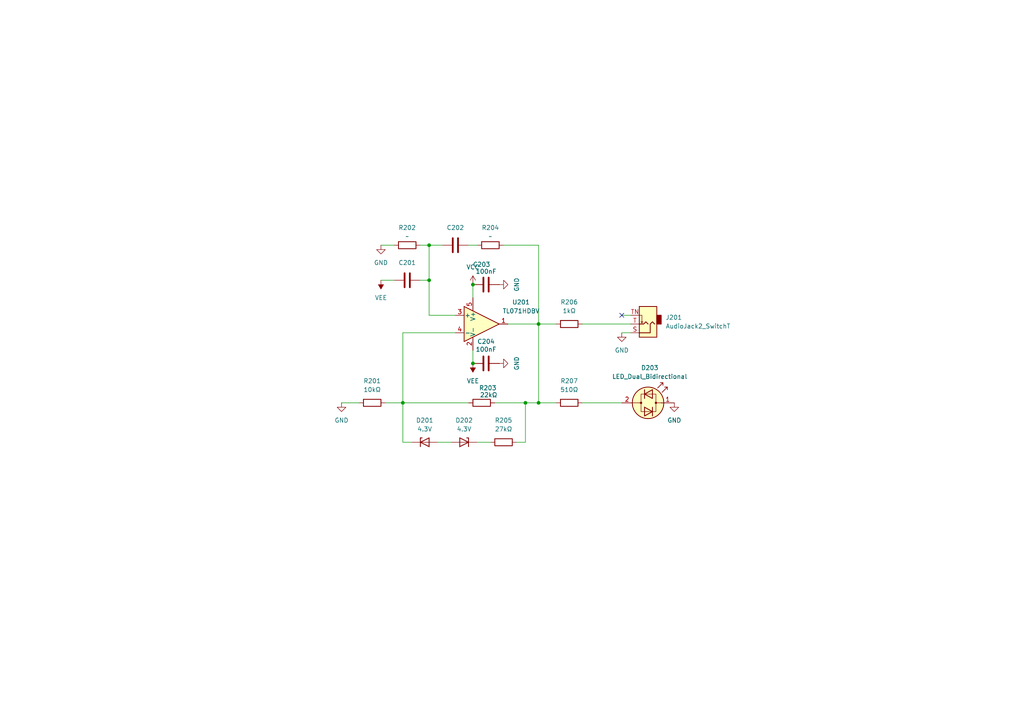
<source format=kicad_sch>
(kicad_sch (version 20231120) (generator "eeschema") (generator_version "8.0")
  (paper "A4")
  (lib_symbols
    (symbol "Amplifier_Operational:ADA4610-1xRJ" (pin_names (offset 0.127))
      (property "Reference" "U" (at -1.27 6.35 0))
      (property "Value" "ADA4610-1xRJ" (at -1.27 3.81 0))
      (symbol "ADA4610-1xRJ_0_1"
        (polyline (pts (xy -5.08 5.08) (xy 5.08 0) (xy -5.08 -5.08) (xy -5.08 5.08)) (stroke (width 0.254)) (fill (type background)))
        (pin power_in line (at -2.54 -7.62 90) (length 3.81) (name "V-") (number "2"))
        (pin power_in line (at -2.54 7.62 270) (length 3.81) (name "V+") (number "5"))
      )
      (symbol "ADA4610-1xRJ_1_1"
        (pin output line (at 7.62 0 180) (length 2.54) (name "~") (number "1"))
        (pin input line (at -7.62 2.54 0) (length 2.54) (name "+") (number "3"))
        (pin input line (at -7.62 -2.54 0) (length 2.54) (name "-") (number "4"))
      )
    )
    (symbol "Connector_Audio:AudioJack2_SwitchT"
      (property "Reference" "J" (at 0 8.89 0))
      (property "Value" "AudioJack2_SwitchT" (at 0 6.35 0))
      (symbol "AudioJack2_SwitchT_0_1"
        (rectangle (start -2.54 0) (end -3.81 -2.54) (stroke (width 0.254)) (fill (type outline)))
        (polyline (pts (xy 1.778 -0.254) (xy 2.032 -0.762)))
        (polyline (pts (xy 0 0) (xy 0.635 -0.635) (xy 1.27 0) (xy 2.54 0)) (stroke (width 0.254)))
        (polyline (pts (xy 2.54 -2.54) (xy 1.778 -2.54) (xy 1.778 -0.254) (xy 1.524 -0.762)))
        (polyline (pts (xy 2.54 2.54) (xy -0.635 2.54) (xy -0.635 0) (xy -1.27 -0.635) (xy -1.905 0)) (stroke (width 0.254)))
        (rectangle (start 2.54 3.81) (end -2.54 -5.08) (stroke (width 0.254)) (fill (type background)))
      )
      (symbol "AudioJack2_SwitchT_1_1"
        (pin passive line (at 5.08 2.54 180) (length 2.54) (name "~") (number "S"))
        (pin passive line (at 5.08 0 180) (length 2.54) (name "~") (number "T"))
        (pin passive line (at 5.08 -2.54 180) (length 2.54) (name "~") (number "TN"))
      )
    )
    (symbol "Device:C" (pin_numbers hide) (pin_names (offset 0.254))
      (property "Reference" "C" (at 0.635 2.54 0))
      (property "Value" "C" (at 0.635 -2.54 0))
      (symbol "C_0_1"
        (polyline (pts (xy -2.032 -0.762) (xy 2.032 -0.762)) (stroke (width 0.508)))
        (polyline (pts (xy -2.032 0.762) (xy 2.032 0.762)) (stroke (width 0.508)))
      )
      (symbol "C_1_1"
        (pin passive line (at 0 3.81 270) (length 2.794) (name "~") (number "1"))
        (pin passive line (at 0 -3.81 90) (length 2.794) (name "~") (number "2"))
      )
    )
    (symbol "Device:D_Zener" (pin_numbers hide) (pin_names (offset 1.016) hide)
      (property "Reference" "D" (at 0 2.54 0))
      (property "Value" "D_Zener" (at 0 -2.54 0))
      (symbol "D_Zener_0_1"
        (polyline (pts (xy 1.27 0) (xy -1.27 0)))
        (polyline (pts (xy -1.27 -1.27) (xy -1.27 1.27) (xy -0.762 1.27)) (stroke (width 0.254)))
        (polyline (pts (xy 1.27 -1.27) (xy 1.27 1.27) (xy -1.27 0) (xy 1.27 -1.27)) (stroke (width 0.254)))
      )
      (symbol "D_Zener_1_1"
        (pin passive line (at -3.81 0 0) (length 2.54) (name "K") (number "1"))
        (pin passive line (at 3.81 0 180) (length 2.54) (name "A") (number "2"))
      )
    )
    (symbol "Device:LED_Dual_Bidirectional" (pin_names (offset 0) hide)
      (property "Reference" "D" (at 0 5.715 0))
      (property "Value" "LED_Dual_Bidirectional" (at 0 -6.35 0))
      (symbol "LED_Dual_Bidirectional_0_1"
        (circle (center -2.032 0) (radius 0.254) (fill (type outline)))
        (polyline (pts (xy -4.572 0) (xy -2.54 0)))
        (polyline (pts (xy -2.032 0) (xy -2.54 0)))
        (polyline (pts (xy -1.016 3.81) (xy -1.016 1.27)) (stroke (width 0.254)))
        (polyline (pts (xy 1.27 -1.27) (xy 1.27 -3.81)) (stroke (width 0.254)))
        (polyline (pts (xy 4.064 0) (xy 2.286 0)) (fill (type outline)))
        (polyline (pts (xy 4.318 5.842) (xy 4.318 5.08)) (stroke (width 0.2032)))
        (polyline (pts (xy 5.588 4.572) (xy 5.588 3.81)) (stroke (width 0.2032)))
        (polyline (pts (xy 2.794 4.318) (xy 4.318 5.842) (xy 3.556 5.842)) (stroke (width 0.2032)))
        (polyline (pts (xy 4.064 3.048) (xy 5.588 4.572) (xy 4.826 4.572)) (stroke (width 0.2032)))
        (polyline (pts (xy -1.016 -1.27) (xy -1.016 -3.81) (xy 1.27 -2.54) (xy -1.016 -1.27)) (stroke (width 0.254)))
        (polyline (pts (xy 1.27 3.81) (xy 1.27 1.27) (xy -1.016 2.54) (xy 1.27 3.81)) (stroke (width 0.254)))
        (polyline (pts (xy 2.286 2.54) (xy -2.032 2.54) (xy -2.032 -2.54) (xy 2.286 -2.54) (xy 2.286 2.54)))
        (circle (center 0 0) (radius 4.572) (stroke (width 0.254)) (fill (type background)))
        (circle (center 2.286 0) (radius 0.254) (fill (type outline)))
      )
      (symbol "LED_Dual_Bidirectional_1_1"
        (pin input line (at 7.62 0 180) (length 3.81) (name "KA") (number "1"))
        (pin input line (at -7.62 0 0) (length 3.048) (name "AK") (number "2"))
      )
    )
    (symbol "Device:R" (pin_numbers hide) (pin_names (offset 0))
      (property "Reference" "R" (at 2.032 0 90))
      (property "Value" "R" (at 0 0 90))
      (symbol "R_0_1"
        (rectangle (start -1.016 -2.54) (end 1.016 2.54) (stroke (width 0.254)))
      )
      (symbol "R_1_1"
        (pin passive line (at 0 3.81 270) (length 1.27) (name "~") (number "1"))
        (pin passive line (at 0 -3.81 90) (length 1.27) (name "~") (number "2"))
      )
    )
    (symbol "power:GND" (power) (pin_numbers hide) (pin_names (offset 0) hide)
      (property "Value" "GND" (at 0 -3.81 0))
      (symbol "GND_0_1"
        (polyline (pts (xy 0 0) (xy 0 -1.27) (xy 1.27 -1.27) (xy 0 -2.54) (xy -1.27 -1.27) (xy 0 -1.27)))
      )
      (symbol "GND_1_1"
        (pin power_in line (at 0 0 270) (length 0) (name "~") (number "1"))
      )
    )
    (symbol "power:VCC" (power) (pin_numbers hide) (pin_names (offset 0) hide)
      (property "Value" "VCC" (at 0 3.556 0))
      (symbol "VCC_0_1"
        (polyline (pts (xy -0.762 1.27) (xy 0 2.54)))
        (polyline (pts (xy 0 0) (xy 0 2.54)))
        (polyline (pts (xy 0 2.54) (xy 0.762 1.27)))
      )
      (symbol "VCC_1_1"
        (pin power_in line (at 0 0 90) (length 0) (name "~") (number "1"))
      )
    )
    (symbol "power:VEE" (power) (pin_numbers hide) (pin_names (offset 0) hide)
      (property "Value" "VEE" (at 0 3.556 0))
      (symbol "VEE_0_1"
        (polyline (pts (xy 0 0) (xy 0 2.54)))
        (polyline (pts (xy 0.762 1.27) (xy -0.762 1.27) (xy 0 2.54) (xy 0.762 1.27)) (fill (type outline)))
      )
      (symbol "VEE_1_1"
        (pin power_in line (at 0 0 90) (length 0) (name "~") (number "1"))
      )
    )
  )
  (junction (at 124.46 81.28))
  (junction (at 116.84 116.84))
  (junction (at 137.16 105.41))
  (junction (at 137.16 82.55))
  (junction (at 156.21 93.98))
  (junction (at 156.21 116.84))
  (junction (at 124.46 71.12))
  (junction (at 152.4 116.84))
  (no_connect (at 180.34 91.44))
  (wire (pts (xy 116.84 128.27) (xy 116.84 116.84)))
  (wire (pts (xy 138.43 128.27) (xy 142.24 128.27)))
  (wire (pts (xy 119.38 128.27) (xy 116.84 128.27)))
  (wire (pts (xy 116.84 96.52) (xy 132.08 96.52)))
  (wire (pts (xy 124.46 81.28) (xy 124.46 91.44)))
  (wire (pts (xy 143.51 116.84) (xy 152.4 116.84)))
  (wire (pts (xy 168.91 93.98) (xy 182.88 93.98)))
  (wire (pts (xy 156.21 93.98) (xy 161.29 93.98)))
  (wire (pts (xy 135.89 71.12) (xy 138.43 71.12)))
  (wire (pts (xy 99.06 116.84) (xy 104.14 116.84)))
  (wire (pts (xy 152.4 116.84) (xy 156.21 116.84)))
  (wire (pts (xy 152.4 116.84) (xy 152.4 128.27)))
  (wire (pts (xy 110.49 71.12) (xy 114.3 71.12)))
  (wire (pts (xy 156.21 116.84) (xy 161.29 116.84)))
  (wire (pts (xy 116.84 116.84) (xy 116.84 96.52)))
  (wire (pts (xy 121.92 71.12) (xy 124.46 71.12)))
  (wire (pts (xy 180.34 96.52) (xy 182.88 96.52)))
  (wire (pts (xy 147.32 93.98) (xy 156.21 93.98)))
  (wire (pts (xy 111.76 116.84) (xy 116.84 116.84)))
  (wire (pts (xy 168.91 116.84) (xy 180.34 116.84)))
  (wire (pts (xy 110.49 81.28) (xy 114.3 81.28)))
  (wire (pts (xy 116.84 116.84) (xy 135.89 116.84)))
  (wire (pts (xy 156.21 93.98) (xy 156.21 116.84)))
  (wire (pts (xy 180.34 91.44) (xy 182.88 91.44)))
  (wire (pts (xy 124.46 71.12) (xy 124.46 81.28)))
  (wire (pts (xy 127 128.27) (xy 130.81 128.27)))
  (wire (pts (xy 128.27 71.12) (xy 124.46 71.12)))
  (wire (pts (xy 124.46 91.44) (xy 132.08 91.44)))
  (wire (pts (xy 121.92 81.28) (xy 124.46 81.28)))
  (wire (pts (xy 137.16 82.55) (xy 137.16 86.36)))
  (wire (pts (xy 156.21 71.12) (xy 156.21 93.98)))
  (wire (pts (xy 137.16 101.6) (xy 137.16 105.41)))
  (wire (pts (xy 149.86 128.27) (xy 152.4 128.27)))
  (wire (pts (xy 146.05 71.12) (xy 156.21 71.12)))
  (symbol (lib_id "power:GND") (at 99.06 116.84 0) (unit 1)
    (property "Reference" "#PWR0201" (effects (hide yes)))
    (property "Value" "GND" (at 99.06 121.92 0))
    (property "Description" "Power symbol creates a global label with name \"GND\" , ground" (effects (hide yes)))
    (instances (project "fixed_sin_bank" (path "" (reference "#PWR0201") (unit 1)) (path "" (reference "#PWR0301") (unit 1)) (path "" (reference "#PWR0601") (unit 1)) (path "" (reference "#PWR0701") (unit 1)) (path "" (reference "#PWR0401") (unit 1)) (path "" (reference "#PWR0501") (unit 1))))
  )
  (symbol (lib_id "Connector_Audio:AudioJack2_SwitchT") (at 187.96 93.98 180) (unit 1)
    (property "Reference" "J201" (at 193.04 92.0749 0) (effects (justify right)))
    (property "Value" "AudioJack2_SwitchT" (at 193.04 94.6149 0) (effects (justify right)))
    (property "Footprint" "Connector_Audio:Jack_3.5mm_QingPu_WQP-PJ398SM_Vertical_CircularHoles" (effects (hide yes)))
    (property "Description" "Audio Jack, 2 Poles (Mono / TS), Switched T Pole (Normalling)" (effects (hide yes)))
    (instances (project "fixed_sin_bank" (path "" (reference "J201") (unit 1)) (path "" (reference "J301") (unit 1)) (path "" (reference "J601") (unit 1)) (path "" (reference "J701") (unit 1)) (path "" (reference "J401") (unit 1)) (path "" (reference "J501") (unit 1))))
  )
  (symbol (lib_id "power:GND") (at 180.34 96.52 0) (unit 1)
    (property "Reference" "#PWR0208" (effects (hide yes)))
    (property "Value" "GND" (at 180.34 101.6 0))
    (property "Description" "Power symbol creates a global label with name \"GND\" , ground" (effects (hide yes)))
    (instances (project "fixed_sin_bank" (path "" (reference "#PWR0208") (unit 1)) (path "" (reference "#PWR0308") (unit 1)) (path "" (reference "#PWR0608") (unit 1)) (path "" (reference "#PWR0708") (unit 1)) (path "" (reference "#PWR0408") (unit 1)) (path "" (reference "#PWR0508") (unit 1))))
  )
  (symbol (lib_id "power:VEE") (at 137.16 105.41 180) (unit 1)
    (property "Reference" "#PWR0205" (effects (hide yes)))
    (property "Value" "VEE" (at 137.16 110.49 0))
    (property "Description" "Power symbol creates a global label with name \"VEE\"" (effects (hide yes)))
    (instances (project "fixed_sin_bank" (path "" (reference "#PWR0205") (unit 1)) (path "" (reference "#PWR0305") (unit 1)) (path "" (reference "#PWR0605") (unit 1)) (path "" (reference "#PWR0705") (unit 1)) (path "" (reference "#PWR0405") (unit 1)) (path "" (reference "#PWR0505") (unit 1))))
  )
  (symbol (lib_id "Device:R") (at 107.95 116.84 90) (unit 1)
    (property "Reference" "R201" (at 107.95 110.49 90))
    (property "Value" "10kΩ" (at 107.95 113.03 90))
    (property "Footprint" "Resistor_SMD:R_0603_1608Metric" (effects (hide yes)))
    (property "Description" "Resistor" (effects (hide yes)))
    (instances (project "fixed_sin_bank" (path "" (reference "R201") (unit 1)) (path "" (reference "R301") (unit 1)) (path "" (reference "R601") (unit 1)) (path "" (reference "R701") (unit 1)) (path "" (reference "R401") (unit 1)) (path "" (reference "R501") (unit 1))))
  )
  (symbol (lib_id "Device:R") (at 139.7 116.84 90) (unit 1)
    (property "Reference" "R203" (at 141.478 112.522 90))
    (property "Value" "22kΩ" (at 141.732 114.554 90))
    (property "Footprint" "Resistor_SMD:R_0603_1608Metric" (effects (hide yes)))
    (property "Description" "Resistor" (effects (hide yes)))
    (instances (project "fixed_sin_bank" (path "" (reference "R203") (unit 1)) (path "" (reference "R303") (unit 1)) (path "" (reference "R603") (unit 1)) (path "" (reference "R703") (unit 1)) (path "" (reference "R403") (unit 1)) (path "" (reference "R503") (unit 1))))
  )
  (symbol (lib_id "Device:R") (at 165.1 93.98 90) (unit 1)
    (property "Reference" "R206" (at 165.1 87.63 90))
    (property "Value" "1kΩ" (at 165.1 90.17 90))
    (property "Footprint" "Resistor_SMD:R_0603_1608Metric" (effects (hide yes)))
    (property "Description" "Resistor" (effects (hide yes)))
    (instances (project "fixed_sin_bank" (path "" (reference "R206") (unit 1)) (path "" (reference "R306") (unit 1)) (path "" (reference "R606") (unit 1)) (path "" (reference "R706") (unit 1)) (path "" (reference "R406") (unit 1)) (path "" (reference "R506") (unit 1))))
  )
  (symbol (lib_id "Device:R") (at 118.11 71.12 90) (unit 1)
    (property "Reference" "R202" (at 118.11 66.04 90))
    (property "Value" "~" (at 118.11 68.58 90))
    (property "Footprint" "Resistor_SMD:R_0603_1608Metric" (effects (hide yes)))
    (property "Description" "Resistor" (effects (hide yes)))
    (instances (project "fixed_sin_bank" (path "" (reference "R202") (unit 1)) (path "" (reference "R302") (unit 1)) (path "" (reference "R602") (unit 1)) (path "" (reference "R702") (unit 1)) (path "" (reference "R402") (unit 1)) (path "" (reference "R502") (unit 1))))
  )
  (symbol (lib_id "Device:C") (at 140.97 82.55 90) (unit 1)
    (property "Reference" "C203" (at 142.24 76.708 90) (effects (justify left)))
    (property "Value" "100nF" (at 144.018 78.74 90) (effects (justify left)))
    (property "Footprint" "Capacitor_SMD:C_0603_1608Metric" (effects (hide yes)))
    (property "Description" "Unpolarized capacitor" (effects (hide yes)))
    (instances (project "fixed_sin_bank" (path "" (reference "C203") (unit 1)) (path "" (reference "C303") (unit 1)) (path "" (reference "C603") (unit 1)) (path "" (reference "C703") (unit 1)) (path "" (reference "C403") (unit 1)) (path "" (reference "C503") (unit 1))))
  )
  (symbol (lib_id "power:VEE") (at 110.49 81.28 180) (unit 1)
    (property "Reference" "#PWR0203" (effects (hide yes)))
    (property "Value" "VEE" (at 110.49 86.36 0))
    (property "Description" "Power symbol creates a global label with name \"VEE\"" (effects (hide yes)))
    (instances (project "fixed_sin_bank" (path "" (reference "#PWR0203") (unit 1)) (path "" (reference "#PWR0303") (unit 1)) (path "" (reference "#PWR0603") (unit 1)) (path "" (reference "#PWR0703") (unit 1)) (path "" (reference "#PWR0403") (unit 1)) (path "" (reference "#PWR0503") (unit 1))))
  )
  (symbol (lib_id "Device:R") (at 165.1 116.84 90) (unit 1)
    (property "Reference" "R207" (at 165.1 110.49 90))
    (property "Value" "510Ω" (at 165.1 113.03 90))
    (property "Footprint" "Resistor_SMD:R_0603_1608Metric" (effects (hide yes)))
    (property "Description" "Resistor" (effects (hide yes)))
    (instances (project "fixed_sin_bank" (path "" (reference "R207") (unit 1)) (path "" (reference "R307") (unit 1)) (path "" (reference "R607") (unit 1)) (path "" (reference "R707") (unit 1)) (path "" (reference "R407") (unit 1)) (path "" (reference "R507") (unit 1))))
  )
  (symbol (lib_id "Device:C") (at 140.97 105.41 90) (unit 1)
    (property "Reference" "C204" (at 140.97 99.06 90))
    (property "Value" "100nF" (at 140.97 101.346 90))
    (property "Footprint" "Capacitor_SMD:C_0603_1608Metric" (effects (hide yes)))
    (property "Description" "Unpolarized capacitor" (effects (hide yes)))
    (instances (project "fixed_sin_bank" (path "" (reference "C204") (unit 1)) (path "" (reference "C304") (unit 1)) (path "" (reference "C604") (unit 1)) (path "" (reference "C704") (unit 1)) (path "" (reference "C404") (unit 1)) (path "" (reference "C504") (unit 1))))
  )
  (symbol (lib_id "Device:LED_Dual_Bidirectional") (at 187.96 116.84 0) (unit 1)
    (property "Reference" "D203" (at 188.4553 106.68 0))
    (property "Value" "LED_Dual_Bidirectional" (at 188.4553 109.22 0))
    (property "Footprint" "LED_THT:LED_D3.0mm" (effects (hide yes)))
    (property "Description" "Dual LED, bidirectional" (effects (hide yes)))
    (instances (project "fixed_sin_bank" (path "" (reference "D203") (unit 1)) (path "" (reference "D303") (unit 1)) (path "" (reference "D603") (unit 1)) (path "" (reference "D703") (unit 1)) (path "" (reference "D403") (unit 1)) (path "" (reference "D503") (unit 1))))
  )
  (symbol (lib_id "power:GND") (at 110.49 71.12 0) (unit 1)
    (property "Reference" "#PWR0202" (effects (hide yes)))
    (property "Value" "GND" (at 110.49 76.2 0))
    (property "Description" "Power symbol creates a global label with name \"GND\" , ground" (effects (hide yes)))
    (instances (project "fixed_sin_bank" (path "" (reference "#PWR0202") (unit 1)) (path "" (reference "#PWR0302") (unit 1)) (path "" (reference "#PWR0602") (unit 1)) (path "" (reference "#PWR0702") (unit 1)) (path "" (reference "#PWR0402") (unit 1)) (path "" (reference "#PWR0502") (unit 1))))
  )
  (symbol (lib_id "Device:C") (at 132.08 71.12 90) (unit 1)
    (property "Reference" "C202" (at 132.08 66.04 90))
    (property "Value" "C" (effects (hide yes)))
    (property "Footprint" "Capacitor_THT:C_Rect_L7.2mm_W5.5mm_P5.00mm_FKS2_FKP2_MKS2_MKP2" (effects (hide yes)))
    (property "Description" "Unpolarized capacitor" (effects (hide yes)))
    (instances (project "fixed_sin_bank" (path "" (reference "C202") (unit 1)) (path "" (reference "C302") (unit 1)) (path "" (reference "C602") (unit 1)) (path "" (reference "C702") (unit 1)) (path "" (reference "C402") (unit 1)) (path "" (reference "C502") (unit 1))))
  )
  (symbol (lib_id "power:VCC") (at 137.16 82.55 0) (unit 1)
    (property "Reference" "#PWR0204" (effects (hide yes)))
    (property "Value" "VCC" (at 137.16 77.47 0))
    (property "Description" "Power symbol creates a global label with name \"VCC\"" (effects (hide yes)))
    (instances (project "fixed_sin_bank" (path "" (reference "#PWR0204") (unit 1)) (path "" (reference "#PWR0304") (unit 1)) (path "" (reference "#PWR0604") (unit 1)) (path "" (reference "#PWR0704") (unit 1)) (path "" (reference "#PWR0404") (unit 1)) (path "" (reference "#PWR0504") (unit 1))))
  )
  (symbol (lib_id "Device:D_Zener") (at 134.62 128.27 0) (mirror y) (unit 1)
    (property "Reference" "D202" (at 134.62 121.92 0))
    (property "Value" "4.3V" (at 134.62 124.46 0))
    (property "Footprint" "Diode_SMD:D_SOD-323" (effects (hide yes)))
    (property "Description" "Zener diode" (effects (hide yes)))
    (instances (project "fixed_sin_bank" (path "" (reference "D202") (unit 1)) (path "" (reference "D302") (unit 1)) (path "" (reference "D602") (unit 1)) (path "" (reference "D702") (unit 1)) (path "" (reference "D402") (unit 1)) (path "" (reference "D502") (unit 1))))
  )
  (symbol (lib_id "Amplifier_Operational:ADA4610-1xRJ") (at 139.7 93.98 0) (unit 1)
    (property "Reference" "U201" (at 151.13 87.6614 0))
    (property "Value" "TL071HDBV" (at 151.13 90.2014 0))
    (property "Footprint" "Package_TO_SOT_SMD:SOT-23-5" (effects (hide yes)))
    (property "Datasheet" "https://www.analog.com/media/en/technical-documentation/data-sheets/ADA4610-1_4610-2_4610-4.pdf" (effects (hide yes)))
    (property "Description" "Low Noise, Precision, Rail-to-Rail Output, JFET Single Op Amp, SOT-23-5" (effects (hide yes)))
    (instances (project "fixed_sin_bank" (path "" (reference "U201") (unit 1)) (path "" (reference "U301") (unit 1)) (path "" (reference "U601") (unit 1)) (path "" (reference "U701") (unit 1)) (path "" (reference "U401") (unit 1)) (path "" (reference "U501") (unit 1))))
  )
  (symbol (lib_id "Device:R") (at 142.24 71.12 90) (unit 1)
    (property "Reference" "R204" (at 142.24 66.04 90))
    (property "Value" "~" (at 142.24 68.58 90))
    (property "Footprint" "Resistor_SMD:R_0603_1608Metric" (effects (hide yes)))
    (property "Description" "Resistor" (effects (hide yes)))
    (instances (project "fixed_sin_bank" (path "" (reference "R204") (unit 1)) (path "" (reference "R304") (unit 1)) (path "" (reference "R604") (unit 1)) (path "" (reference "R704") (unit 1)) (path "" (reference "R404") (unit 1)) (path "" (reference "R504") (unit 1))))
  )
  (symbol (lib_id "Device:D_Zener") (at 123.19 128.27 0) (unit 1)
    (property "Reference" "D201" (at 123.19 121.92 0))
    (property "Value" "4.3V" (at 123.19 124.46 0))
    (property "Footprint" "Diode_SMD:D_SOD-323" (effects (hide yes)))
    (property "Description" "Zener diode" (effects (hide yes)))
    (instances (project "fixed_sin_bank" (path "" (reference "D201") (unit 1)) (path "" (reference "D301") (unit 1)) (path "" (reference "D601") (unit 1)) (path "" (reference "D701") (unit 1)) (path "" (reference "D401") (unit 1)) (path "" (reference "D501") (unit 1))))
  )
  (symbol (lib_id "Device:C") (at 118.11 81.28 90) (unit 1)
    (property "Reference" "C201" (at 118.11 76.2 90))
    (property "Value" "C" (effects (hide yes)))
    (property "Footprint" "Capacitor_THT:C_Rect_L7.2mm_W5.5mm_P5.00mm_FKS2_FKP2_MKS2_MKP2" (effects (hide yes)))
    (property "Description" "Unpolarized capacitor" (effects (hide yes)))
    (instances (project "fixed_sin_bank" (path "" (reference "C201") (unit 1)) (path "" (reference "C301") (unit 1)) (path "" (reference "C601") (unit 1)) (path "" (reference "C701") (unit 1)) (path "" (reference "C401") (unit 1)) (path "" (reference "C501") (unit 1))))
  )
  (symbol (lib_id "Device:R") (at 146.05 128.27 90) (unit 1)
    (property "Reference" "R205" (at 146.05 121.92 90))
    (property "Value" "27kΩ" (at 146.05 124.46 90))
    (property "Footprint" "Resistor_SMD:R_0603_1608Metric" (effects (hide yes)))
    (property "Description" "Resistor" (effects (hide yes)))
    (instances (project "fixed_sin_bank" (path "" (reference "R205") (unit 1)) (path "" (reference "R305") (unit 1)) (path "" (reference "R605") (unit 1)) (path "" (reference "R705") (unit 1)) (path "" (reference "R405") (unit 1)) (path "" (reference "R505") (unit 1))))
  )
  (symbol (lib_id "power:GND") (at 195.58 116.84 0) (unit 1)
    (property "Reference" "#PWR0209" (effects (hide yes)))
    (property "Value" "GND" (at 195.58 121.92 0))
    (property "Description" "Power symbol creates a global label with name \"GND\" , ground" (effects (hide yes)))
    (instances (project "fixed_sin_bank" (path "" (reference "#PWR0209") (unit 1)) (path "" (reference "#PWR0309") (unit 1)) (path "" (reference "#PWR0609") (unit 1)) (path "" (reference "#PWR0709") (unit 1)) (path "" (reference "#PWR0409") (unit 1)) (path "" (reference "#PWR0509") (unit 1))))
  )
  (symbol (lib_id "power:GND") (at 144.78 82.55 90) (unit 1)
    (property "Reference" "#PWR0206" (effects (hide yes)))
    (property "Value" "GND" (at 149.86 82.55 0))
    (property "Description" "Power symbol creates a global label with name \"GND\" , ground" (effects (hide yes)))
    (instances (project "fixed_sin_bank" (path "" (reference "#PWR0206") (unit 1)) (path "" (reference "#PWR0306") (unit 1)) (path "" (reference "#PWR0606") (unit 1)) (path "" (reference "#PWR0706") (unit 1)) (path "" (reference "#PWR0406") (unit 1)) (path "" (reference "#PWR0506") (unit 1))))
  )
  (symbol (lib_id "power:GND") (at 144.78 105.41 90) (unit 1)
    (property "Reference" "#PWR0207" (effects (hide yes)))
    (property "Value" "GND" (at 149.86 105.41 0))
    (property "Description" "Power symbol creates a global label with name \"GND\" , ground" (effects (hide yes)))
    (instances (project "fixed_sin_bank" (path "" (reference "#PWR0207") (unit 1)) (path "" (reference "#PWR0307") (unit 1)) (path "" (reference "#PWR0607") (unit 1)) (path "" (reference "#PWR0707") (unit 1)) (path "" (reference "#PWR0407") (unit 1)) (path "" (reference "#PWR0507") (unit 1))))
  )
)
</source>
